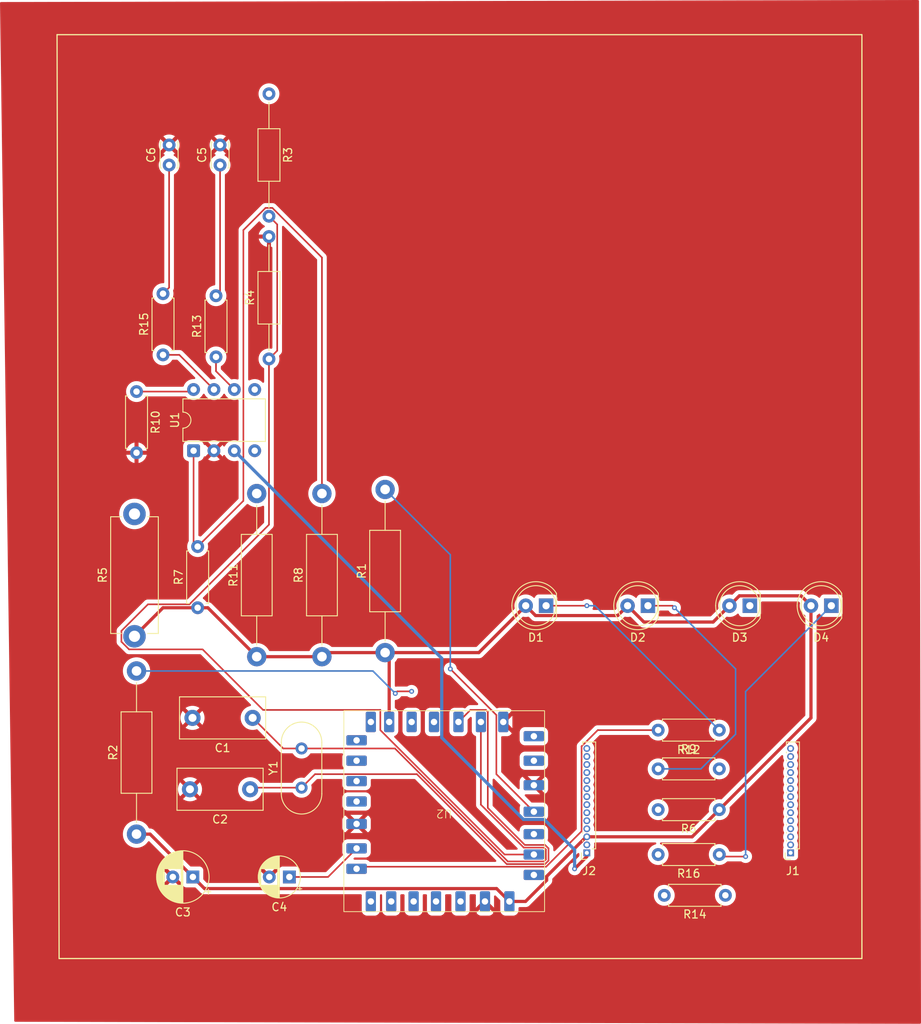
<source format=kicad_pcb>
(kicad_pcb (version 20241229) (generator "pcbnew") (generator_version "9.0")
  (layers (0 "F.Cu" signal) (4 "In1.Cu" signal) (6 "In2.Cu" signal) (2 "B.Cu" signal) (13 "F.Paste" user) (15 "B.Paste" user) (5 "F.SilkS" user "F.Silkscreen") (7 "B.SilkS" user "B.Silkscreen") (1 "F.Mask" user) (3 "B.Mask" user) (25 "Edge.Cuts" user))
  (net 0 "")
  (net 1 "Net-(U2-OSC1)")
  (net 2 "GND")
  (net 3 "Net-(U2-OSC2)")
  (net 4 "+3.3V")
  (net 5 "Net-(U2-VCAP)")
  (net 6 "Net-(C5-Pad1)")
  (net 7 "Net-(C6-Pad1)")
  (net 8 "Net-(D1-K)")
  (net 9 "Net-(D2-K)")
  (net 10 "Net-(D3-K)")
  (net 11 "Net-(D4-K)")
  (net 12 "/4")
  (net 13 "/3")
  (net 14 "/ A1")
  (net 15 "/A3")
  (net 16 "/A5")
  (net 17 "/5")
  (net 18 "/A6")
  (net 19 "/A2")
  (net 20 "/0")
  (net 21 "/ AREF")
  (net 22 "/DAC0A0")
  (net 23 "/2")
  (net 24 "/A4")
  (net 25 "/1")
  (net 26 "/RESET")
  (net 27 "/7")
  (net 28 "/VIN")
  (net 29 "UART_RX")
  (net 30 "UART_TX")
  (net 31 "/11_SDA")
  (net 32 "/10_MISO")
  (net 33 "/8_MOSI")
  (net 34 "/6")
  (net 35 "/9_SCK")
  (net 36 "+5V")
  (net 37 "/12_SCL")
  (net 38 "Net-(U2-VPW_RX)")
  (net 39 "Net-(R2-Pad2)")
  (net 40 "Net-(U2-ANALOG_IN)")
  (net 41 "/VBAT_RAW")
  (net 42 "Net-(U2-RESET)")
  (net 43 "UAR_TX")
  (net 44 "CAN_TX")
  (net 45 "OBD_TX_LED")
  (net 46 "Net-(U1-Rs)")
  (net 47 "CAN_RX")
  (net 48 "OBD_RX_LED")
  (net 49 "CAN_LO")
  (net 50 "UART_TX_LED")
  (net 51 "CAN_HI")
  (net 52 "UART_RX_LED")
  (footprint "Resistor_THT:R_Axial_DIN0207_L6.3mm_D2.5mm_P15.24mm_Horizontal" (layer "F.Cu") (at 115.062 31.75 -90)
    (property "Reference" "R3" (at 7.62 -2.37 90) (layer "F.SilkS"))
    (property "Value" "R")
    (pad "1" thru_hole circle (at 0 0 270) (size 1.6 1.6) (drill 0.8) (layers "*.Cu" "*.Mask") (net 41 "/VBAT_RAW"))
    (pad "2" thru_hole oval (at 15.24 0 270) (size 1.6 1.6) (drill 0.8) (layers "*.Cu" "*.Mask") (net 40 "Net-(U2-ANALOG_IN)"))
  )
  (footprint "Capacitor_THT:C_Disc_D10.5mm_W5.0mm_P7.50mm" (layer "F.Cu") (at 112.716 118.364 180)
    (property "Reference" "C2" (at 3.75 -3.75 0) (layer "F.SilkS"))
    (property "Value" "56pF")
    (pad "1" thru_hole circle (at 0 0 180) (size 2 2) (drill 1) (layers "*.Cu" "*.Mask") (net 3 "Net-(U2-OSC2)"))
    (pad "2" thru_hole circle (at 7.5 0 180) (size 2 2) (drill 1) (layers "*.Cu" "*.Mask") (net 2 "GND"))
  )
  (footprint "LED_THT:LED_D5.0mm" (layer "F.Cu") (at 162.306 95.504 180)
    (property "Reference" "D2" (at 1.27 -3.96 0) (layer "F.SilkS"))
    (property "Value" "LED")
    (pad "1" thru_hole rect (at 0 0 180) (size 1.8 1.8) (drill 0.9) (layers "*.Cu" "*.Mask") (net 9 "Net-(D2-K)"))
    (pad "2" thru_hole circle (at 2.54 0 180) (size 1.8 1.8) (drill 0.9) (layers "*.Cu" "*.Mask") (net 4 "+3.3V"))
  )
  (footprint "Resistor_THT:R_Axial_DIN0411_L9.9mm_D3.6mm_P20.32mm_Horizontal" (layer "F.Cu") (at 129.54 101.346 90)
    (property "Reference" "R1" (at 10.16 -2.92 90) (layer "F.SilkS"))
    (property "Value" "100K")
    (pad "1" thru_hole circle (at 0 0 90) (size 2.4 2.4) (drill 1.2) (layers "*.Cu" "*.Mask") (net 4 "+3.3V"))
    (pad "2" thru_hole oval (at 20.32 0 90) (size 2.4 2.4) (drill 1.2) (layers "*.Cu" "*.Mask") (net 38 "Net-(U2-VPW_RX)"))
  )
  (footprint "Resistor_THT:R_Axial_DIN0207_L6.3mm_D2.5mm_P15.24mm_Horizontal" (layer "F.Cu") (at 115.062 64.77 90)
    (property "Reference" "R4" (at 7.62 -2.37 90) (layer "F.SilkS"))
    (property "Value" "R")
    (pad "1" thru_hole circle (at 0 0 90) (size 1.6 1.6) (drill 0.8) (layers "*.Cu" "*.Mask") (net 40 "Net-(U2-ANALOG_IN)"))
    (pad "2" thru_hole oval (at 15.24 0 90) (size 1.6 1.6) (drill 0.8) (layers "*.Cu" "*.Mask") (net 2 "GND"))
  )
  (footprint "Resistor_THT:R_Axial_DIN0207_L6.3mm_D2.5mm_P7.62mm_Horizontal" (layer "F.Cu") (at 171.196 120.904 180)
    (property "Reference" "R6" (at 3.81 -2.37 0) (layer "F.SilkS"))
    (property "Value" "4.7K")
    (pad "1" thru_hole circle (at 0 0 180) (size 1.6 1.6) (drill 0.8) (layers "*.Cu" "*.Mask") (net 4 "+3.3V"))
    (pad "2" thru_hole oval (at 7.62 0 180) (size 1.6 1.6) (drill 0.8) (layers "*.Cu" "*.Mask") (net 43 "UAR_TX"))
  )
  (footprint "Resistor_THT:R_Axial_DIN0207_L6.3mm_D2.5mm_P7.62mm_Horizontal" (layer "F.Cu") (at 98.552 68.834 -90)
    (property "Reference" "R10" (at 3.81 -2.37 90) (layer "F.SilkS"))
    (property "Value" "4.7K")
    (pad "1" thru_hole circle (at 0 0 270) (size 1.6 1.6) (drill 0.8) (layers "*.Cu" "*.Mask") (net 46 "Net-(U1-Rs)"))
    (pad "2" thru_hole oval (at 7.62 0 270) (size 1.6 1.6) (drill 0.8) (layers "*.Cu" "*.Mask") (net 2 "GND"))
  )
  (footprint "Resistor_THT:R_Axial_DIN0207_L6.3mm_D2.5mm_P7.62mm_Horizontal" (layer "F.Cu") (at 171.958 131.572 180)
    (property "Reference" "R14" (at 3.81 -2.37 0) (layer "F.SilkS"))
    (property "Value" "330")
    (pad "1" thru_hole circle (at 0 0 180) (size 1.6 1.6) (drill 0.8) (layers "*.Cu" "*.Mask") (net 10 "Net-(D3-K)"))
    (pad "2" thru_hole oval (at 7.62 0 180) (size 1.6 1.6) (drill 0.8) (layers "*.Cu" "*.Mask") (net 50 "UART_TX_LED"))
  )
  (footprint "Connector_PinSocket_1.00mm:PinSocket_1x14_P1.00mm_Vertical" (layer "F.Cu") (at 180.086 126.284 180)
    (property "Reference" "J1" (at -0.29 -2.25 0) (layer "F.SilkS"))
    (property "Value" "Conn_01x14")
    (pad "1" thru_hole rect (at 0 0 180) (size 0.85 0.85) (drill 0.5) (layers "*.Cu" "*.Mask") (net 21 "/ AREF"))
    (pad "2" thru_hole circle (at 0 1 180) (size 0.85 0.85) (drill 0.5) (layers "*.Cu" "*.Mask") (net 22 "/DAC0A0"))
    (pad "3" thru_hole circle (at 0 2 180) (size 0.85 0.85) (drill 0.5) (layers "*.Cu" "*.Mask") (net 14 "/ A1"))
    (pad "4" thru_hole circle (at 0 3 180) (size 0.85 0.85) (drill 0.5) (layers "*.Cu" "*.Mask") (net 19 "/A2"))
    (pad "5" thru_hole circle (at 0 4 180) (size 0.85 0.85) (drill 0.5) (layers "*.Cu" "*.Mask") (net 15 "/A3"))
    (pad "6" thru_hole circle (at 0 5 180) (size 0.85 0.85) (drill 0.5) (layers "*.Cu" "*.Mask") (net 24 "/A4"))
    (pad "7" thru_hole circle (at 0 6 180) (size 0.85 0.85) (drill 0.5) (layers "*.Cu" "*.Mask") (net 16 "/A5"))
    (pad "8" thru_hole circle (at 0 7 180) (size 0.85 0.85) (drill 0.5) (layers "*.Cu" "*.Mask") (net 18 "/A6"))
    (pad "9" thru_hole circle (at 0 8 180) (size 0.85 0.85) (drill 0.5) (layers "*.Cu" "*.Mask") (net 20 "/0"))
    (pad "10" thru_hole circle (at 0 9 180) (size 0.85 0.85) (drill 0.5) (layers "*.Cu" "*.Mask") (net 25 "/1"))
    (pad "11" thru_hole circle (at 0 10 180) (size 0.85 0.85) (drill 0.5) (layers "*.Cu" "*.Mask") (net 23 "/2"))
    (pad "12" thru_hole circle (at 0 11 180) (size 0.85 0.85) (drill 0.5) (layers "*.Cu" "*.Mask") (net 13 "/3"))
    (pad "13" thru_hole circle (at 0 12 180) (size 0.85 0.85) (drill 0.5) (layers "*.Cu" "*.Mask") (net 12 "/4"))
    (pad "14" thru_hole circle (at 0 13 180) (size 0.85 0.85) (drill 0.5) (layers "*.Cu" "*.Mask") (net 17 "/5"))
  )
  (footprint "Resistor_THT:R_Axial_DIN0411_L9.9mm_D3.6mm_P20.32mm_Horizontal" (layer "F.Cu") (at 121.666 101.854 90)
    (property "Reference" "R8" (at 10.16 -2.92 90) (layer "F.SilkS"))
    (property "Value" "100K")
    (pad "1" thru_hole circle (at 0 0 90) (size 2.4 2.4) (drill 1.2) (layers "*.Cu" "*.Mask") (net 4 "+3.3V"))
    (pad "2" thru_hole oval (at 20.32 0 90) (size 2.4 2.4) (drill 1.2) (layers "*.Cu" "*.Mask") (net 44 "CAN_TX"))
  )
  (footprint "Package_DIP:DIP-8_W7.62mm" (layer "F.Cu") (at 105.664 76.2 90)
    (property "Reference" "U1" (at 3.81 -2.33 90) (layer "F.SilkS"))
    (property "Value" "MCP2551-I-P")
    (pad "1" thru_hole roundrect (at 0 0 90) (size 1.6 1.6) (drill 0.8) (layers "*.Cu" "*.Mask") (roundrect_rratio 0.15625) (net 44 "CAN_TX"))
    (pad "2" thru_hole circle (at 0 2.54 90) (size 1.6 1.6) (drill 0.8) (layers "*.Cu" "*.Mask") (net 2 "GND"))
    (pad "3" thru_hole circle (at 0 5.08 90) (size 1.6 1.6) (drill 0.8) (layers "*.Cu" "*.Mask") (net 36 "+5V"))
    (pad "4" thru_hole circle (at 0 7.62 90) (size 1.6 1.6) (drill 0.8) (layers "*.Cu" "*.Mask") (net 47 "CAN_RX"))
    (pad "5" thru_hole circle (at 7.62 7.62 90) (size 1.6 1.6) (drill 0.8) (layers "*.Cu" "*.Mask"))
    (pad "6" thru_hole circle (at 7.62 5.08 90) (size 1.6 1.6) (drill 0.8) (layers "*.Cu" "*.Mask") (net 49 "CAN_LO"))
    (pad "7" thru_hole circle (at 7.62 2.54 90) (size 1.6 1.6) (drill 0.8) (layers "*.Cu" "*.Mask") (net 51 "CAN_HI"))
    (pad "8" thru_hole circle (at 7.62 0 90) (size 1.6 1.6) (drill 0.8) (layers "*.Cu" "*.Mask") (net 46 "Net-(U1-Rs)"))
  )
  (footprint "Resistor_THT:R_Axial_DIN0207_L6.3mm_D2.5mm_P7.62mm_Horizontal" (layer "F.Cu") (at 106.172 95.758 90)
    (property "Reference" "R7" (at 3.81 -2.37 90) (layer "F.SilkS"))
    (property "Value" "1K")
    (pad "1" thru_hole circle (at 0 0 90) (size 1.6 1.6) (drill 0.8) (layers "*.Cu" "*.Mask") (net 4 "+3.3V"))
    (pad "2" thru_hole oval (at 7.62 0 90) (size 1.6 1.6) (drill 0.8) (layers "*.Cu" "*.Mask") (net 44 "CAN_TX"))
  )
  (footprint "Resistor_THT:R_Axial_DIN0411_L9.9mm_D3.6mm_P20.32mm_Horizontal" (layer "F.Cu") (at 98.552 123.952 90)
    (property "Reference" "R2" (at 10.16 -2.92 90) (layer "F.SilkS"))
    (property "Value" "100K")
    (pad "1" thru_hole circle (at 0 0 90) (size 2.4 2.4) (drill 1.2) (layers "*.Cu" "*.Mask") (net 4 "+3.3V"))
    (pad "2" thru_hole oval (at 20.32 0 90) (size 2.4 2.4) (drill 1.2) (layers "*.Cu" "*.Mask") (net 39 "Net-(R2-Pad2)"))
  )
  (footprint "Capacitor_THT:CP_Radial_D6.3mm_P2.50mm" (layer "F.Cu") (at 105.57638 129.286 180)
    (property "Reference" "C3" (at 1.25 -4.4 0) (layer "F.SilkS"))
    (property "Value" "1uF")
    (pad "1" thru_hole rect (at 0 0 180) (size 1.6 1.6) (drill 0.8) (layers "*.Cu" "*.Mask") (net 4 "+3.3V"))
    (pad "2" thru_hole circle (at 2.5 0 180) (size 1.6 1.6) (drill 0.8) (layers "*.Cu" "*.Mask") (net 2 "GND"))
  )
  (footprint "Resistor_THT:R_Axial_DIN0207_L6.3mm_D2.5mm_P7.62mm_Horizontal" (layer "F.Cu") (at 108.458 64.516 90)
    (property "Reference" "R13" (at 3.81 -2.37 90) (layer "F.SilkS"))
    (property "Value" "100")
    (pad "1" thru_hole circle (at 0 0 90) (size 1.6 1.6) (drill 0.8) (layers "*.Cu" "*.Mask") (net 49 "CAN_LO"))
    (pad "2" thru_hole oval (at 7.62 0 90) (size 1.6 1.6) (drill 0.8) (layers "*.Cu" "*.Mask") (net 6 "Net-(C5-Pad1)"))
  )
  (footprint "Capacitor_THT:CP_Radial_D5.0mm_P2.50mm" (layer "F.Cu") (at 117.602 129.286 180)
    (property "Reference" "C4" (at 1.25 -3.75 0) (layer "F.SilkS"))
    (property "Value" "10uF")
    (pad "1" thru_hole rect (at 0 0 180) (size 1.6 1.6) (drill 0.8) (layers "*.Cu" "*.Mask") (net 5 "Net-(U2-VCAP)"))
    (pad "2" thru_hole circle (at 2.5 0 180) (size 1.6 1.6) (drill 0.8) (layers "*.Cu" "*.Mask") (net 2 "GND"))
  )
  (footprint "Resistor_THT:R_Axial_DIN0207_L6.3mm_D2.5mm_P7.62mm_Horizontal" (layer "F.Cu") (at 171.196 110.998 180)
    (property "Reference" "R9" (at 3.81 -2.37 0) (layer "F.SilkS"))
    (property "Value" "330")
    (pad "1" thru_hole circle (at 0 0 180) (size 1.6 1.6) (drill 0.8) (layers "*.Cu" "*.Mask") (net 8 "Net-(D1-K)"))
    (pad "2" thru_hole oval (at 7.62 0 180) (size 1.6 1.6) (drill 0.8) (layers "*.Cu" "*.Mask") (net 45 "OBD_TX_LED"))
  )
  (footprint "Crystal:Crystal_HC49-4H_Vertical" (layer "F.Cu") (at 119.126 118.164 90)
    (property "Reference" "Y1" (at 2.44 -3.525 90) (layer "F.SilkS"))
    (property "Value" "16MHz")
    (pad "1" thru_hole circle (at 0 0 90) (size 1.5 1.5) (drill 0.8) (layers "*.Cu" "*.Mask") (net 3 "Net-(U2-OSC2)"))
    (pad "2" thru_hole circle (at 4.88 0 90) (size 1.5 1.5) (drill 0.8) (layers "*.Cu" "*.Mask") (net 1 "Net-(U2-OSC1)"))
  )
  (footprint "Capacitor_THT:C_Disc_D3.0mm_W2.0mm_P2.50mm" (layer "F.Cu") (at 108.966 40.62 90)
    (property "Reference" "C5" (at 1.25 -2.25 90) (layer "F.SilkS"))
    (property "Value" "560pF")
    (pad "1" thru_hole circle (at 0 0 90) (size 1.6 1.6) (drill 0.8) (layers "*.Cu" "*.Mask") (net 6 "Net-(C5-Pad1)"))
    (pad "2" thru_hole circle (at 2.5 0 90) (size 1.6 1.6) (drill 0.8) (layers "*.Cu" "*.Mask") (net 2 "GND"))
  )
  (footprint "Resistor_THT:R_Axial_DIN0207_L6.3mm_D2.5mm_P7.62mm_Horizontal" (layer "F.Cu") (at 101.854 64.262 90)
    (property "Reference" "R15" (at 3.81 -2.37 90) (layer "F.SilkS"))
    (property "Value" "100")
    (pad "1" thru_hole circle (at 0 0 90) (size 1.6 1.6) (drill 0.8) (layers "*.Cu" "*.Mask") (net 51 "CAN_HI"))
    (pad "2" thru_hole oval (at 7.62 0 90) (size 1.6 1.6) (drill 0.8) (layers "*.Cu" "*.Mask") (net 7 "Net-(C6-Pad1)"))
  )
  (footprint "Resistor_THT:R_Axial_DIN0207_L6.3mm_D2.5mm_P7.62mm_Horizontal" (layer "F.Cu") (at 171.196 126.492 180)
    (property "Reference" "R16" (at 3.81 -2.37 0) (layer "F.SilkS"))
    (property "Value" "330")
    (pad "1" thru_hole circle (at 0 0 180) (size 1.6 1.6) (drill 0.8) (layers "*.Cu" "*.Mask") (net 11 "Net-(D4-K)"))
    (pad "2" thru_hole oval (at 7.62 0 180) (size 1.6 1.6) (drill 0.8) (layers "*.Cu" "*.Mask") (net 52 "UART_RX_LED"))
  )
  (footprint "Resistor_THT:R_Axial_DIN0614_L14.3mm_D5.7mm_P15.24mm_Horizontal" (layer "F.Cu") (at 98.298 99.314 90)
    (property "Reference" "R5" (at 7.62 -3.97 90) (layer "F.SilkS"))
    (property "Value" "10K")
    (pad "1" thru_hole circle (at 0 0 90) (size 2.8 2.8) (drill 1.4) (layers "*.Cu" "*.Mask") (net 4 "+3.3V"))
    (pad "2" thru_hole oval (at 15.24 0 90) (size 2.8 2.8) (drill 1.4) (layers "*.Cu" "*.Mask") (net 42 "Net-(U2-RESET)"))
  )
  (footprint "Library:Untitled" (layer "F.Cu") (at 136.906 120.904 180)
    (property "Reference" "U2" (at 0 -0.5 180) (layer "F.SilkS") (effects (font (thickness 0.1))))
    (property "Value" "~")
    (pad "1" thru_hole roundrect (at -11.176 -8.128 180) (size 2.54 1.27) (drill 0.8) (layers "*.Cu" "*.Mask") (roundrect_rratio 0.15) (net 42 "Net-(U2-RESET)"))
    (pad "2" thru_hole roundrect (at -11.176 -5.588 180) (size 2.54 1.27) (drill 0.8) (layers "*.Cu" "*.Mask") (roundrect_rratio 0.15) (net 40 "Net-(U2-ANALOG_IN)"))
    (pad "3" thru_hole roundrect (at -11.176 -3.048 180) (size 2.54 1.27) (drill 0.8) (layers "*.Cu" "*.Mask") (roundrect_rratio 0.15))
    (pad "4" thru_hole roundrect (at -11.176 -0.254 180) (size 2.54 1.27) (drill 0.8) (layers "*.Cu" "*.Mask") (roundrect_rratio 0.15) (net 38 "Net-(U2-VPW_RX)"))
    (pad "5" thru_hole roundrect (at -11.176 3.048 180) (size 2.54 1.27) (drill 0.8) (layers "*.Cu" "*.Mask") (roundrect_rratio 0.15) (net 2 "GND"))
    (pad "6" thru_hole roundrect (at -11.176 6.096 180) (size 2.54 1.27) (drill 0.8) (layers "*.Cu" "*.Mask") (roundrect_rratio 0.15))
    (pad "7" thru_hole roundrect (at -11.176 9.144 180) (size 2.54 1.27) (drill 0.8) (layers "*.Cu" "*.Mask") (roundrect_rratio 0.15))
    (pad "8" thru_hole roundrect (at -7.366 10.922 270) (size 2.54 1.27) (drill 0.8) (layers "*.Cu" "*.Mask") (roundrect_rratio 0.15) (net 2 "GND"))
    (pad "9" thru_hole roundrect (at -4.572 10.922 270) (size 2.54 1.27) (drill 0.8) (layers "*.Cu" "*.Mask") (roundrect_rratio 0.15) (net 1 "Net-(U2-OSC1)"))
    (pad "10" thru_hole roundrect (at -1.778 10.922 270) (size 2.54 1.27) (drill 0.8) (layers "*.Cu" "*.Mask") (roundrect_rratio 0.15) (net 3 "Net-(U2-OSC2)"))
    (pad "11" thru_hole roundrect (at 1.27 10.922 270) (size 2.54 1.27) (drill 0.8) (layers "*.Cu" "*.Mask") (roundrect_rratio 0.15))
    (pad "12" thru_hole roundrect (at 4.064 10.922 270) (size 2.54 1.27) (drill 0.8) (layers "*.Cu" "*.Mask") (roundrect_rratio 0.15) (net 39 "Net-(R2-Pad2)"))
    (pad "13" thru_hole roundrect (at 6.858 10.922 270) (size 2.54 1.27) (drill 0.8) (layers "*.Cu" "*.Mask") (roundrect_rratio 0.15) (net 4 "+3.3V"))
    (pad "14" thru_hole roundrect (at 9.144 10.922 270) (size 2.54 1.27) (drill 0.8) (layers "*.Cu" "*.Mask") (roundrect_rratio 0.15) (net 47 "CAN_RX"))
    (pad "15" thru_hole roundrect (at 10.922 8.636) (size 2.54 1.27) (drill 0.8) (layers "*.Cu" "*.Mask") (roundrect_rratio 0.15) (net 44 "CAN_TX"))
    (pad "16" thru_hole roundrect (at 10.922 6.096) (size 2.54 1.27) (drill 0.8) (layers "*.Cu" "*.Mask") (roundrect_rratio 0.15) (net 29 "UART_RX"))
    (pad "17" thru_hole roundrect (at 10.922 3.556) (size 2.54 1.27) (drill 0.8) (layers "*.Cu" "*.Mask") (roundrect_rratio 0.15) (net 43 "UAR_TX"))
    (pad "18" thru_hole roundrect (at 10.922 1.016) (size 2.54 1.27) (drill 0.8) (layers "*.Cu" "*.Mask") (roundrect_rratio 0.15))
    (pad "19" thru_hole roundrect (at 10.922 -1.778) (size 2.54 1.27) (drill 0.8) (layers "*.Cu" "*.Mask") (roundrect_rratio 0.15) (net 2 "GND"))
    (pad "20" thru_hole roundrect (at 10.922 -4.826) (size 2.54 1.27) (drill 0.8) (layers "*.Cu" "*.Mask") (roundrect_rratio 0.15) (net 5 "Net-(U2-VCAP)"))
    (pad "21" thru_hole roundrect (at 10.922 -7.366) (size 2.54 1.27) (drill 0.8) (layers "*.Cu" "*.Mask") (roundrect_rratio 0.15) (net 45 "OBD_TX_LED"))
    (pad "22" thru_hole roundrect (at 9.144 -11.43 90) (size 2.54 1.27) (drill 0.8) (layers "*.Cu" "*.Mask") (roundrect_rratio 0.15) (net 48 "OBD_RX_LED"))
    (pad "23" thru_hole roundrect (at 6.604 -11.43 90) (size 2.54 1.27) (drill 0.8) (layers "*.Cu" "*.Mask") (roundrect_rratio 0.15) (net 50 "UART_TX_LED"))
    (pad "24" thru_hole roundrect (at 3.81 -11.43 90) (size 2.54 1.27) (drill 0.8) (layers "*.Cu" "*.Mask") (roundrect_rratio 0.15) (net 52 "UART_RX_LED"))
    (pad "25" thru_hole roundrect (at 1.016 -11.43 90) (size 2.54 1.27) (drill 0.8) (layers "*.Cu" "*.Mask") (roundrect_rratio 0.15))
    (pad "26" thru_hole roundrect (at -2.032 -11.43 90) (size 2.54 1.27) (drill 0.8) (layers "*.Cu" "*.Mask") (roundrect_rratio 0.15))
    (pad "27" thru_hole roundrect (at -5.08 -11.43 90) (size 2.54 1.27) (drill 0.8) (layers "*.Cu" "*.Mask") (roundrect_rratio 0.15) (net 2 "GND"))
    (pad "28" thru_hole roundrect (at -8.128 -11.43 90) (size 2.54 1.27) (drill 0.8) (layers "*.Cu" "*.Mask") (roundrect_rratio 0.15) (net 4 "+3.3V"))
  )
  (footprint "Connector_PinSocket_1.00mm:PinSocket_1x14_P1.00mm_Vertical" (layer "F.Cu") (at 154.686 126.284 180)
    (property "Reference" "J2" (at -0.29 -2.25 0) (layer "F.SilkS"))
    (property "Value" "Conn_01x14")
    (pad "1" thru_hole rect (at 0 0 180) (size 0.85 0.85) (drill 0.5) (layers "*.Cu" "*.Mask") (net 36 "+5V"))
    (pad "2" thru_hole circle (at 0 1 180) (size 0.85 0.85) (drill 0.5) (layers "*.Cu" "*.Mask") (net 28 "/VIN"))
    (pad "3" thru_hole circle (at 0 2 180) (size 0.85 0.85) (drill 0.5) (layers "*.Cu" "*.Mask") (net 4 "+3.3V"))
    (pad "4" thru_hole circle (at 0 3 180) (size 0.85 0.85) (drill 0.5) (layers "*.Cu" "*.Mask") (net 2 "GND"))
    (pad "5" thru_hole circle (at 0 4 180) (size 0.85 0.85) (drill 0.5) (layers "*.Cu" "*.Mask") (net 26 "/RESET"))
    (pad "6" thru_hole circle (at 0 5 180) (size 0.85 0.85) (drill 0.5) (layers "*.Cu" "*.Mask") (net 29 "UART_RX"))
    (pad "7" thru_hole circle (at 0 6 180) (size 0.85 0.85) (drill 0.5) (layers "*.Cu" "*.Mask") (net 30 "UART_TX"))
    (pad "8" thru_hole circle (at 0 7 180) (size 0.85 0.85) (drill 0.5) (layers "*.Cu" "*.Mask") (net 37 "/12_SCL"))
    (pad "9" thru_hole circle (at 0 8 180) (size 0.85 0.85) (drill 0.5) (layers "*.Cu" "*.Mask") (net 31 "/11_SDA"))
    (pad "10" thru_hole circle (at 0 9 180) (size 0.85 0.85) (drill 0.5) (layers "*.Cu" "*.Mask") (net 32 "/10_MISO"))
    (pad "11" thru_hole circle (at 0 10 180) (size 0.85 0.85) (drill 0.5) (layers "*.Cu" "*.Mask") (net 35 "/9_SCK"))
    (pad "12" thru_hole circle (at 0 11 180) (size 0.85 0.85) (drill 0.5) (layers "*.Cu" "*.Mask") (net 33 "/8_MOSI"))
    (pad "13" thru_hole circle (at 0 12 180) (size 0.85 0.85) (drill 0.5) (layers "*.Cu" "*.Mask") (net 27 "/7"))
    (pad "14" thru_hole circle (at 0 13 180) (size 0.85 0.85) (drill 0.5) (layers "*.Cu" "*.Mask") (net 34 "/6"))
  )
  (footprint "Capacitor_THT:C_Disc_D3.0mm_W2.0mm_P2.50mm" (layer "F.Cu") (at 102.616 40.62 90)
    (property "Reference" "C6" (at 1.25 -2.25 90) (layer "F.SilkS"))
    (property "Value" "560pF")
    (pad "1" thru_hole circle (at 0 0 90) (size 1.6 1.6) (drill 0.8) (layers "*.Cu" "*.Mask") (net 7 "Net-(C6-Pad1)"))
    (pad "2" thru_hole circle (at 2.5 0 90) (size 1.6 1.6) (drill 0.8) (layers "*.Cu" "*.Mask") (net 2 "GND"))
  )
  (footprint "Capacitor_THT:C_Disc_D10.5mm_W5.0mm_P7.50mm" (layer "F.Cu") (at 113.03 109.474 180)
    (property "Reference" "C1" (at 3.75 -3.75 0) (layer "F.SilkS"))
    (property "Value" "56pF")
    (pad "1" thru_hole circle (at 0 0 180) (size 2 2) (drill 1) (layers "*.Cu" "*.Mask") (net 1 "Net-(U2-OSC1)"))
    (pad "2" thru_hole circle (at 7.5 0 180) (size 2 2) (drill 1) (layers "*.Cu" "*.Mask") (net 2 "GND"))
  )
  (footprint "Resistor_THT:R_Axial_DIN0207_L6.3mm_D2.5mm_P7.62mm_Horizontal" (layer "F.Cu") (at 163.576 115.824)
    (property "Reference" "R12" (at 3.81 -2.37 0) (layer "F.SilkS"))
    (property "Value" "330")
    (pad "1" thru_hole circle (at 0 0) (size 1.6 1.6) (drill 0.8) (layers "*.Cu" "*.Mask") (net 9 "Net-(D2-K)"))
    (pad "2" thru_hole oval (at 7.62 0) (size 1.6 1.6) (drill 0.8) (layers "*.Cu" "*.Mask") (net 48 "OBD_RX_LED"))
  )
  (footprint "LED_THT:LED_D5.0mm" (layer "F.Cu") (at 185.166 95.504 180)
    (property "Reference" "D4" (at 1.27 -3.96 0) (layer "F.SilkS"))
    (property "Value" "LED")
    (pad "1" thru_hole rect (at 0 0 180) (size 1.8 1.8) (drill 0.9) (layers "*.Cu" "*.Mask") (net 11 "Net-(D4-K)"))
    (pad "2" thru_hole circle (at 2.54 0 180) (size 1.8 1.8) (drill 0.9) (layers "*.Cu" "*.Mask") (net 4 "+3.3V"))
  )
  (footprint "Resistor_THT:R_Axial_DIN0411_L9.9mm_D3.6mm_P20.32mm_Horizontal" (layer "F.Cu") (at 113.538 101.854 90)
    (property "Reference" "R11" (at 10.16 -2.92 90) (layer "F.SilkS"))
    (property "Value" "100K")
    (pad "1" thru_hole circle (at 0 0 90) (size 2.4 2.4) (drill 1.2) (layers "*.Cu" "*.Mask") (net 4 "+3.3V"))
    (pad "2" thru_hole oval (at 20.32 0 90) (size 2.4 2.4) (drill 1.2) (layers "*.Cu" "*.Mask") (net 47 "CAN_RX"))
  )
  (footprint "LED_THT:LED_D5.0mm" (layer "F.Cu") (at 175.006 95.504 180)
    (property "Reference" "D3" (at 1.27 -3.96 0) (layer "F.SilkS"))
    (property "Value" "LED")
    (pad "1" thru_hole rect (at 0 0 180) (size 1.8 1.8) (drill 0.9) (layers "*.Cu" "*.Mask") (net 10 "Net-(D3-K)"))
    (pad "2" thru_hole circle (at 2.54 0 180) (size 1.8 1.8) (drill 0.9) (layers "*.Cu" "*.Mask") (net 4 "+3.3V"))
  )
  (footprint "LED_THT:LED_D5.0mm" (layer "F.Cu") (at 149.606 95.504 180)
    (property "Reference" "D1" (at 1.27 -3.96 0) (layer "F.SilkS"))
    (property "Value" "LED")
    (pad "1" thru_hole rect (at 0 0 180) (size 1.8 1.8) (drill 0.9) (layers "*.Cu" "*.Mask") (net 8 "Net-(D1-K)"))
    (pad "2" thru_hole circle (at 2.54 0 180) (size 1.8 1.8) (drill 0.9) (layers "*.Cu" "*.Mask") (net 4 "+3.3V"))
  )
  (gr_line (start 188.976 24.384) (end 88.646 24.384) (stroke (width 0.1524)) (layer "F.SilkS"))
  (gr_line (start 88.646 24.384) (end 88.9 139.446) (stroke (width 0.1524)) (layer "F.SilkS"))
  (gr_line (start 188.976 139.446) (end 188.976 24.384) (stroke (width 0.1524)) (layer "F.SilkS"))
  (gr_line (start 88.9 139.446) (end 188.976 139.446) (stroke (width 0.1524)) (layer "F.SilkS"))
  (segment (start 149.340126 125.629) (end 146.823874 125.629) (width 0.2) (layer "F.Cu") (net 1))
  (segment (start 116.84 113.284) (end 113.03 109.474) (width 0.2) (layer "F.Cu") (net 1))
  (segment (start 144.836012 127.355) (end 149.340126 127.355) (width 0.2) (layer "F.Cu") (net 1))
  (segment (start 149.340126 127.355) (end 149.58 127.115126) (width 0.2) (layer "F.Cu") (net 1))
  (segment (start 119.126 113.284) (end 116.84 113.284) (width 0.2) (layer "F.Cu") (net 1))
  (segment (start 130.765012 113.284) (end 144.836012 127.355) (width 0.2) (layer "F.Cu") (net 1))
  (segment (start 149.58 127.115126) (end 149.58 125.868874) (width 0.2) (layer "F.Cu") (net 1))
  (segment (start 141.478 120.283126) (end 141.478 109.982) (width 0.2) (layer "F.Cu") (net 1))
  (segment (start 146.823874 125.629) (end 141.478 120.283126) (width 0.2) (layer "F.Cu") (net 1))
  (segment (start 119.126 113.284) (end 130.765012 113.284) (width 0.2) (layer "F.Cu") (net 1))
  (segment (start 149.58 125.868874) (end 149.340126 125.629) (width 0.2) (layer "F.Cu") (net 1))
  (segment (start 119.126 118.164) (end 112.916 118.164) (width 0.2) (layer "F.Cu") (net 3))
  (segment (start 149.475988 127.683) (end 149.908 127.250988) (width 0.2) (layer "F.Cu") (net 3))
  (segment (start 112.916 118.164) (end 112.716 118.364) (width 0.2) (layer "F.Cu") (net 3))
  (segment (start 149.908 125.733012) (end 149.475988 125.301) (width 0.2) (layer "F.Cu") (net 3))
  (segment (start 140.182 108.484) (end 138.684 109.982) (width 0.2) (layer "F.Cu") (net 3))
  (segment (start 149.475988 125.301) (end 146.959736 125.301) (width 0.2) (layer "F.Cu") (net 3))
  (segment (start 142.341 120.682264) (end 142.341 108.723874) (width 0.2) (layer "F.Cu") (net 3))
  (segment (start 142.101126 108.484) (end 140.182 108.484) (width 0.2) (layer "F.Cu") (net 3))
  (segment (start 133.50215 116.485) (end 144.70015 127.683) (width 0.2) (layer "F.Cu") (net 3))
  (segment (start 142.341 108.723874) (end 142.101126 108.484) (width 0.2) (layer "F.Cu") (net 3))
  (segment (start 146.959736 125.301) (end 142.341 120.682264) (width 0.2) (layer "F.Cu") (net 3))
  (segment (start 144.70015 127.683) (end 149.475988 127.683) (width 0.2) (layer "F.Cu") (net 3))
  (segment (start 119.126 118.164) (end 120.805 116.485) (width 0.2) (layer "F.Cu") (net 3))
  (segment (start 120.805 116.485) (end 133.50215 116.485) (width 0.2) (layer "F.Cu") (net 3))
  (segment (start 149.908 127.250988) (end 149.908 125.733012) (width 0.2) (layer "F.Cu") (net 3))
  (segment (start 147.042548 132.334) (end 145.034 132.334) (width 0.4) (layer "F.Cu") (net 4))
  (segment (start 149.68 129.696548) (end 147.042548 132.334) (width 0.4) (layer "F.Cu") (net 4))
  (segment (start 130.048 109.982) (end 130.048 101.854) (width 0.4) (layer "F.Cu") (net 4))
  (segment (start 170.434 97.536) (end 161.798 97.536) (width 0.4) (layer "F.Cu") (net 4))
  (segment (start 154.608 124.284) (end 149.68 129.212) (width 0.4) (layer "F.Cu") (net 4))
  (segment (start 141.224 101.346) (end 129.54 101.346) (width 0.4) (layer "F.Cu") (net 4))
  (segment (start 182.626 109.474) (end 171.196 120.904) (width 0.4) (layer "F.Cu") (net 4))
  (segment (start 106.172 95.758) (end 101.854 95.758) (width 0.4) (layer "F.Cu") (net 4))
  (segment (start 107.442 95.758) (end 106.172 95.758) (width 0.4) (layer "F.Cu") (net 4))
  (segment (start 182.626 95.504) (end 181.398 94.276) (width 0.4) (layer "F.Cu") (net 4))
  (segment (start 129.54 101.346) (end 122.174 101.346) (width 0.4) (layer "F.Cu") (net 4))
  (segment (start 145.034 132.334) (end 143.436 130.736) (width 0.4) (layer "F.Cu") (net 4))
  (segment (start 143.436 130.736) (end 107.02638 130.736) (width 0.4) (layer "F.Cu") (net 4))
  (segment (start 171.196 120.904) (end 167.816 124.284) (width 0.4) (layer "F.Cu") (net 4))
  (segment (start 148.294 96.732) (end 147.066 95.504) (width 0.4) (layer "F.Cu") (net 4))
  (segment (start 130.048 101.854) (end 129.54 101.346) (width 0.4) (layer "F.Cu") (net 4))
  (segment (start 105.57638 129.286) (end 100.24238 123.952) (width 0.4) (layer "F.Cu") (net 4))
  (segment (start 101.854 95.758) (end 98.298 99.314) (width 0.4) (layer "F.Cu") (net 4))
  (segment (start 121.666 101.854) (end 113.538 101.854) (width 0.4) (layer "F.Cu") (net 4))
  (segment (start 154.686 124.284) (end 154.608 124.284) (width 0.4) (layer "F.Cu") (net 4))
  (segment (start 172.466 95.504) (end 170.434 97.536) (width 0.4) (layer "F.Cu") (net 4))
  (segment (start 122.174 101.346) (end 121.666 101.854) (width 0.4) (layer "F.Cu") (net 4))
  (segment (start 158.538 96.732) (end 148.294 96.732) (width 0.4) (layer "F.Cu") (net 4))
  (segment (start 149.68 129.212) (end 149.68 129.696548) (width 0.4) (layer "F.Cu") (net 4))
  (segment (start 147.066 95.504) (end 141.224 101.346) (width 0.4) (layer "F.Cu") (net 4))
  (segment (start 182.626 95.504) (end 182.626 109.474) (width 0.4) (layer "F.Cu") (net 4))
  (segment (start 159.766 95.504) (end 158.538 96.732) (width 0.4) (layer "F.Cu") (net 4))
  (segment (start 113.538 101.854) (end 107.442 95.758) (width 0.4) (layer "F.Cu") (net 4))
  (segment (start 167.816 124.284) (end 154.686 124.284) (width 0.4) (layer "F.Cu") (net 4))
  (segment (start 173.694 94.276) (end 172.466 95.504) (width 0.4) (layer "F.Cu") (net 4))
  (segment (start 107.02638 130.736) (end 105.57638 129.286) (width 0.4) (layer "F.Cu") (net 4))
  (segment (start 181.398 94.276) (end 173.694 94.276) (width 0.4) (layer "F.Cu") (net 4))
  (segment (start 100.24238 123.952) (end 98.552 123.952) (width 0.4) (layer "F.Cu") (net 4))
  (segment (start 161.798 97.536) (end 159.766 95.504) (width 0.4) (layer "F.Cu") (net 4))
  (segment (start 117.602 129.286) (end 122.428 129.286) (width 0.2) (layer "F.Cu") (net 5))
  (segment (start 122.428 129.286) (end 125.984 125.73) (width 0.2) (layer "F.Cu") (net 5))
  (segment (start 108.966 40.62) (end 108.966 56.388) (width 0.2) (layer "F.Cu") (net 6))
  (segment (start 108.966 56.388) (end 108.458 56.896) (width 0.2) (layer "F.Cu") (net 6))
  (segment (start 102.616 40.62) (end 102.616 55.88) (width 0.2) (layer "F.Cu") (net 7))
  (segment (start 102.616 55.88) (end 101.854 56.642) (width 0.2) (layer "F.Cu") (net 7))
  (segment (start 149.606 95.504) (end 154.686 95.504) (width 0.2) (layer "F.Cu") (net 8))
  (via (at 154.686 95.504) (size 0.6) (drill 0.3) (layers "F.Cu" "B.Cu") (net 8))
  (segment (start 155.702 95.504) (end 171.196 110.998) (width 0.2) (layer "B.Cu") (net 8))
  (segment (start 154.686 95.504) (end 155.702 95.504) (width 0.2) (layer "B.Cu") (net 8))
  (segment (start 165.354 95.504) (end 165.608 95.758) (width 0.2) (layer "F.Cu") (net 9))
  (segment (start 162.306 95.504) (end 165.354 95.504) (width 0.2) (layer "F.Cu") (net 9))
  (via (at 165.608 95.758) (size 0.6) (drill 0.3) (layers "F.Cu" "B.Cu") (net 9))
  (segment (start 173.228 111.506) (end 168.91 115.824) (width 0.2) (layer "B.Cu") (net 9))
  (segment (start 165.608 95.758) (end 173.228 103.378) (width 0.2) (layer "B.Cu") (net 9))
  (segment (start 173.228 103.378) (end 173.228 111.506) (width 0.2) (layer "B.Cu") (net 9))
  (segment (start 168.91 115.824) (end 163.576 115.824) (width 0.2) (layer "B.Cu") (net 9))
  (segment (start 171.196 126.492) (end 171.45 126.746) (width 0.2) (layer "F.Cu") (net 11))
  (segment (start 171.45 126.746) (end 174.479 126.746) (width 0.2) (layer "F.Cu") (net 11))
  (via (at 174.479 126.746) (size 0.6) (drill 0.3) (layers "F.Cu" "B.Cu") (net 11))
  (segment (start 174.479 106.191) (end 185.166 95.504) (width 0.2) (layer "B.Cu") (net 11))
  (segment (start 174.479 126.746) (end 174.479 106.191) (width 0.2) (layer "B.Cu") (net 11))
  (segment (start 154.686 126.284) (end 154.686 126.746) (width 0.4) (layer "F.Cu") (net 36))
  (segment (start 154.686 126.746) (end 153.162 128.27) (width 0.4) (layer "F.Cu") (net 36))
  (via (at 153.162 128.27) (size 0.6) (drill 0.3) (layers "F.Cu" "B.Cu") (net 36))
  (segment (start 149.381548 122.121) (end 146.782452 122.121) (width 0.4) (layer "B.Cu") (net 36))
  (segment (start 136.599 111.937548) (end 136.599 102.055) (width 0.4) (layer "B.Cu") (net 36))
  (segment (start 136.599 102.055) (end 110.744 76.2) (width 0.4) (layer "B.Cu") (net 36))
  (segment (start 153.162 125.901452) (end 149.381548 122.121) (width 0.4) (layer "B.Cu") (net 36))
  (segment (start 153.162 128.27) (end 153.162 125.901452) (width 0.4) (layer "B.Cu") (net 36))
  (segment (start 146.782452 122.121) (end 136.599 111.937548) (width 0.4) (layer "B.Cu") (net 36))
  (segment (start 143.409 116.485) (end 143.409 109.119) (width 0.2) (layer "F.Cu") (net 38))
  (segment (start 143.409 109.119) (end 137.668 103.378) (width 0.2) (layer "F.Cu") (net 38))
  (segment (start 148.082 121.158) (end 143.409 116.485) (width 0.2) (layer "F.Cu") (net 38))
  (via (at 137.668 103.378) (size 0.6) (drill 0.3) (layers "F.Cu" "B.Cu") (net 38))
  (segment (start 137.668 103.378) (end 137.668 89.154) (width 0.2) (layer "B.Cu") (net 38))
  (segment (start 137.668 89.154) (end 129.54 81.026) (width 0.2) (layer "B.Cu") (net 38))
  (segment (start 131.064 106.172) (end 130.81 106.426) (width 0.2) (layer "F.Cu") (net 39))
  (segment (start 132.842 106.172) (end 131.064 106.172) (width 0.2) (layer "F.Cu") (net 39))
  (via (at 132.842 106.172) (size 0.6) (drill 0.3) (layers "F.Cu" "B.Cu") (net 39))
  (via (at 130.81 106.426) (size 0.6) (drill 0.3) (layers "F.Cu" "B.Cu") (net 39))
  (segment (start 130.81 106.426) (end 128.016 103.632) (width 0.2) (layer "B.Cu") (net 39))
  (segment (start 128.016 103.632) (end 98.552 103.632) (width 0.2) (layer "B.Cu") (net 39))
  (segment (start 116.09 48.018) (end 116.09 63.742) (width 0.2) (layer "F.Cu") (net 40))
  (segment (start 116.09 63.742) (end 115.062 64.77) (width 0.2) (layer "F.Cu") (net 40))
  (segment (start 144.436874 126.492) (end 148.082 126.492) (width 0.2) (layer "F.Cu") (net 40))
  (segment (start 96.67 99.98834) (end 97.62366 100.942) (width 0.2) (layer "F.Cu") (net 40))
  (segment (start 128.945126 108.484) (end 128.945126 111.000252) (width 0.2) (layer "F.Cu") (net 40))
  (segment (start 105.146188 95.33) (end 99.97966 95.33) (width 0.2) (layer "F.Cu") (net 40))
  (segment (start 99.97966 95.33) (end 96.67 98.63966) (width 0.2) (layer "F.Cu") (net 40))
  (segment (start 115.062 85.414188) (end 105.146188 95.33) (width 0.2) (layer "F.Cu") (net 40))
  (segment (start 114.329284 108.484) (end 128.945126 108.484) (width 0.2) (layer "F.Cu") (net 40))
  (segment (start 115.062 64.77) (end 115.062 85.414188) (width 0.2) (layer "F.Cu") (net 40))
  (segment (start 115.062 46.99) (end 116.09 48.018) (width 0.2) (layer "F.Cu") (net 40))
  (segment (start 96.67 98.63966) (end 96.67 99.98834) (width 0.2) (layer "F.Cu") (net 40))
  (segment (start 97.62366 100.942) (end 106.787284 100.942) (width 0.2) (layer "F.Cu") (net 40))
  (segment (start 128.945126 111.000252) (end 144.436874 126.492) (width 0.2) (layer "F.Cu") (net 40))
  (segment (start 106.787284 100.942) (end 114.329284 108.484) (width 0.2) (layer "F.Cu") (net 40))
  (segment (start 114.636188 45.962) (end 115.487812 45.962) (width 0.2) (layer "F.Cu") (net 44))
  (segment (start 105.664 76.2) (end 105.664 87.63) (width 0.2) (layer "F.Cu") (net 44))
  (segment (start 106.172 88.138) (end 111.874326 82.435674) (width 0.2) (layer "F.Cu") (net 44))
  (segment (start 115.487812 45.962) (end 121.666 52.140188) (width 0.2) (layer "F.Cu") (net 44))
  (segment (start 111.874326 48.723862) (end 114.636188 45.962) (width 0.2) (layer "F.Cu") (net 44))
  (segment (start 111.874326 82.435674) (end 111.874326 48.723862) (width 0.2) (layer "F.Cu") (net 44))
  (segment (start 121.666 52.140188) (end 121.666 81.534) (width 0.2) (layer "F.Cu") (net 44))
  (segment (start 105.664 87.63) (end 106.172 88.138) (width 0.2) (layer "F.Cu") (net 44))
  (segment (start 149.61185 128.011) (end 154.033 123.58985) (width 0.2) (layer "F.Cu") (net 45))
  (segment (start 125.984 128.27) (end 126.243 128.011) (width 0.2) (layer "F.Cu") (net 45))
  (segment (start 154.033 123.58985) (end 154.033 113.013518) (width 0.2) (layer "F.Cu") (net 45))
  (segment (start 156.048518 110.998) (end 163.576 110.998) (width 0.2) (layer "F.Cu") (net 45))
  (segment (start 126.243 128.011) (end 149.61185 128.011) (width 0.2) (layer "F.Cu") (net 45))
  (segment (start 154.033 113.013518) (end 156.048518 110.998) (width 0.2) (layer "F.Cu") (net 45))
  (segment (start 105.41 68.834) (end 105.664 68.58) (width 0.2) (layer "F.Cu") (net 46))
  (segment (start 98.552 68.834) (end 105.41 68.834) (width 0.2) (layer "F.Cu") (net 46))
  (segment (start 108.458 64.516) (end 108.458 66.294) (width 0.2) (layer "F.Cu") (net 49))
  (segment (start 108.458 66.294) (end 110.744 68.58) (width 0.2) (layer "F.Cu") (net 49))
  (segment (start 101.854 64.262) (end 103.886 64.262) (width 0.2) (layer "F.Cu") (net 51))
  (segment (start 103.886 64.262) (end 108.204 68.58) (width 0.2) (layer "F.Cu") (net 51))
  (zone (net 2) (net_name "GND") (layers "F.Cu" "In1.Cu") (connect_pads (clearance 0.5)) (min_thickness 0.25) (fill yes (thermal_gap 0.5) (thermal_bridge_width 0.5))
    (polygon (pts (xy 81.534 20.32) (xy 83.312 147.32) (xy 196.342 147.574) (xy 196.088 20.066)))
  )
)
</source>
